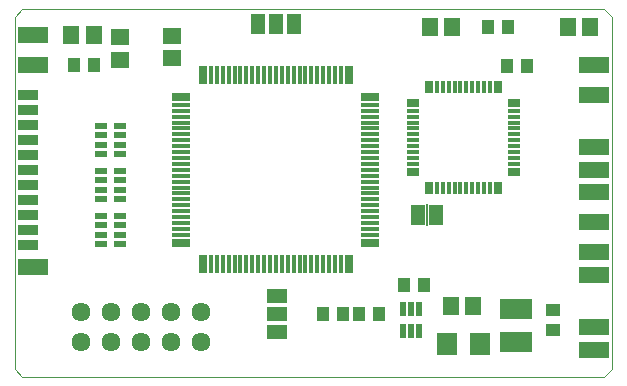
<source format=gts>
G04 EAGLE Gerber RS-274X export*
G75*
%MOMM*%
%FSLAX34Y34*%
%LPD*%
%INLötstopplack top*%
%IPPOS*%
%AMOC8*
5,1,8,0,0,1.08239X$1,22.5*%
G01*
%ADD10C,0.000000*%
%ADD11R,2.641600X1.371600*%
%ADD12R,1.401600X1.601600*%
%ADD13R,1.701600X1.901600*%
%ADD14R,2.801600X1.701600*%
%ADD15R,1.601600X1.401600*%
%ADD16R,1.701600X0.901600*%
%ADD17R,1.101600X1.201600*%
%ADD18R,1.270000X1.701800*%
%ADD19R,0.152400X1.828800*%
%ADD20R,1.201600X1.101600*%
%ADD21R,1.000000X0.600000*%
%ADD22R,1.601600X0.741600*%
%ADD23R,1.601600X0.421600*%
%ADD24R,0.741600X1.601600*%
%ADD25R,0.421600X1.601600*%
%ADD26R,1.101600X0.701600*%
%ADD27R,1.101600X0.401600*%
%ADD28R,0.701600X1.101600*%
%ADD29R,0.401600X1.101600*%
%ADD30R,0.501600X1.151600*%
%ADD31C,1.609600*%
%ADD32R,1.701800X1.270000*%


D10*
X6350Y0D02*
X499110Y0D01*
X505460Y6350D02*
X505460Y304800D01*
X499110Y311150D02*
X6350Y311150D01*
X0Y304800D02*
X0Y6350D01*
X6350Y0D01*
X0Y304800D02*
X6350Y311150D01*
X499110Y311150D02*
X505460Y304800D01*
X505460Y6350D02*
X499110Y0D01*
D11*
X490220Y156210D03*
D12*
X47650Y289560D03*
X66650Y289560D03*
X368960Y59690D03*
X387960Y59690D03*
D13*
X365730Y27940D03*
X393730Y27940D03*
D14*
X424180Y57180D03*
X424180Y29180D03*
D15*
X88900Y268630D03*
X88900Y287630D03*
X133350Y269900D03*
X133350Y288900D03*
D12*
X468020Y295910D03*
X487020Y295910D03*
X370180Y295910D03*
X351180Y295910D03*
D16*
X11430Y213360D03*
D11*
X490220Y105410D03*
X490220Y86360D03*
X490220Y41910D03*
D16*
X11430Y111760D03*
X11430Y124460D03*
X11430Y137160D03*
X11430Y149860D03*
X11430Y162560D03*
X11430Y175260D03*
X11430Y187960D03*
X11430Y200660D03*
D17*
X49920Y264160D03*
X66920Y264160D03*
X400440Y295910D03*
X417440Y295910D03*
D11*
X490220Y175260D03*
D18*
X205740Y298450D03*
X220980Y298450D03*
X236220Y298450D03*
X341630Y137160D03*
X356870Y137160D03*
D19*
X349250Y137160D03*
D11*
X15240Y264160D03*
X490220Y238760D03*
X490220Y130810D03*
X15240Y289560D03*
X490220Y264160D03*
D17*
X329320Y77470D03*
X346320Y77470D03*
X416950Y262890D03*
X433950Y262890D03*
X291220Y53340D03*
X308220Y53340D03*
X260740Y53340D03*
X277740Y53340D03*
D20*
X455930Y39760D03*
X455930Y56760D03*
D11*
X490220Y194310D03*
D21*
X73280Y136460D03*
X73280Y128460D03*
X73280Y120460D03*
X73280Y112460D03*
X89280Y112460D03*
X89280Y120460D03*
X89280Y128460D03*
X89280Y136460D03*
X73280Y174560D03*
X73280Y166560D03*
X73280Y158560D03*
X73280Y150560D03*
X89280Y150560D03*
X89280Y158560D03*
X89280Y166560D03*
X89280Y174560D03*
X73280Y212660D03*
X73280Y204660D03*
X73280Y196660D03*
X73280Y188660D03*
X89280Y188660D03*
X89280Y196660D03*
X89280Y204660D03*
X89280Y212660D03*
D11*
X490220Y22860D03*
D22*
X140980Y236860D03*
D23*
X140980Y230260D03*
X140980Y225260D03*
X140980Y220260D03*
X140980Y215260D03*
X140980Y210260D03*
X140980Y205260D03*
X140980Y200260D03*
X140980Y195260D03*
X140980Y190260D03*
X140980Y185260D03*
X140980Y180260D03*
X140980Y175260D03*
X140980Y170260D03*
X140980Y165260D03*
X140980Y160260D03*
X140980Y155260D03*
X140980Y150260D03*
X140980Y145260D03*
X140980Y140260D03*
X140980Y135260D03*
X140980Y130260D03*
X140980Y125260D03*
X140980Y120260D03*
D22*
X140980Y113660D03*
D24*
X159380Y95260D03*
D25*
X165980Y95260D03*
X170980Y95260D03*
X175980Y95260D03*
X180980Y95260D03*
X185980Y95260D03*
X190980Y95260D03*
X195980Y95260D03*
X200980Y95260D03*
X205980Y95260D03*
X210980Y95260D03*
X215980Y95260D03*
X220980Y95260D03*
X225980Y95260D03*
X230980Y95260D03*
X235980Y95260D03*
X240980Y95260D03*
X245980Y95260D03*
X250980Y95260D03*
X255980Y95260D03*
X260980Y95260D03*
X265980Y95260D03*
X270980Y95260D03*
X275980Y95260D03*
D24*
X282580Y95260D03*
D22*
X300980Y113660D03*
D23*
X300980Y120260D03*
X300980Y125260D03*
X300980Y130260D03*
X300980Y135260D03*
X300980Y140260D03*
X300980Y145260D03*
X300980Y150260D03*
X300980Y155260D03*
X300980Y160260D03*
X300980Y165260D03*
X300980Y170260D03*
X300980Y175260D03*
X300980Y180260D03*
X300980Y185260D03*
X300980Y190260D03*
X300980Y195260D03*
X300980Y200260D03*
X300980Y205260D03*
X300980Y210260D03*
X300980Y215260D03*
X300980Y220260D03*
X300980Y225260D03*
X300980Y230260D03*
D22*
X300980Y236860D03*
D24*
X282580Y255260D03*
D25*
X275980Y255260D03*
X270980Y255260D03*
X265980Y255260D03*
X260980Y255260D03*
X255980Y255260D03*
X250980Y255260D03*
X245980Y255260D03*
X240980Y255260D03*
X235980Y255260D03*
X230980Y255260D03*
X225980Y255260D03*
X220980Y255260D03*
X215980Y255260D03*
X210980Y255260D03*
X205980Y255260D03*
X200980Y255260D03*
X195980Y255260D03*
X190980Y255260D03*
X185980Y255260D03*
X180980Y255260D03*
X175980Y255260D03*
X170980Y255260D03*
X165980Y255260D03*
D24*
X159380Y255260D03*
D26*
X337230Y231760D03*
D27*
X337230Y225260D03*
X337230Y220260D03*
X337230Y215260D03*
X337230Y210260D03*
X337230Y205260D03*
X337230Y200260D03*
X337230Y195260D03*
X337230Y190260D03*
X337230Y185260D03*
X337230Y180260D03*
D26*
X337230Y173760D03*
D28*
X350730Y160260D03*
D29*
X357230Y160260D03*
X362230Y160260D03*
X367230Y160260D03*
X372230Y160260D03*
X377230Y160260D03*
X382230Y160260D03*
X387230Y160260D03*
X392230Y160260D03*
X397230Y160260D03*
X402230Y160260D03*
D28*
X408730Y160260D03*
D26*
X422230Y173760D03*
D27*
X422230Y180260D03*
X422230Y185260D03*
X422230Y190260D03*
X422230Y195260D03*
X422230Y200260D03*
X422230Y205260D03*
X422230Y210260D03*
X422230Y215260D03*
X422230Y220260D03*
X422230Y225260D03*
D26*
X422230Y231760D03*
D28*
X408730Y245260D03*
D29*
X402230Y245260D03*
X397230Y245260D03*
X392230Y245260D03*
X387230Y245260D03*
X382230Y245260D03*
X377230Y245260D03*
X372230Y245260D03*
X367230Y245260D03*
X362230Y245260D03*
X357230Y245260D03*
D28*
X350730Y245260D03*
D30*
X328780Y39010D03*
X335280Y39010D03*
X341780Y39010D03*
X341780Y57510D03*
X335280Y57510D03*
X328780Y57510D03*
D31*
X55880Y29210D03*
X55880Y54610D03*
X81280Y29210D03*
X81280Y54610D03*
X106680Y29210D03*
X106680Y54610D03*
X132080Y29210D03*
X132080Y54610D03*
X157480Y29210D03*
X157480Y54610D03*
D11*
X15494Y93218D03*
D32*
X222250Y38354D03*
X222250Y53594D03*
X222250Y68834D03*
D16*
X11430Y226060D03*
X11430Y238760D03*
M02*

</source>
